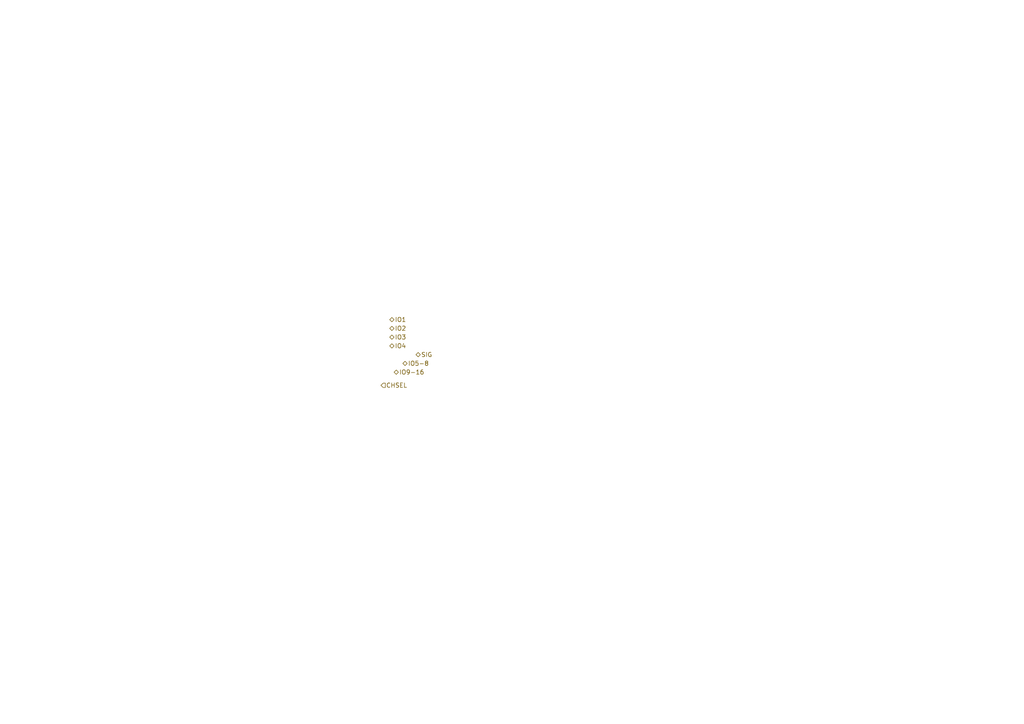
<source format=kicad_sch>
(kicad_sch
	(version 20231120)
	(generator "eeschema")
	(generator_version "8.0")
	(uuid "8878886e-778e-4f23-9f5e-d234980a9944")
	(paper "A4")
	(lib_symbols)
	(hierarchical_label "IO1"
		(shape bidirectional)
		(at 113.03 92.71 0)
		(fields_autoplaced yes)
		(effects
			(font
				(size 1.27 1.27)
			)
			(justify left)
		)
		(uuid "062d908c-9b9d-4082-bd57-adfecdc2c63d")
	)
	(hierarchical_label "SIG"
		(shape bidirectional)
		(at 120.65 102.87 0)
		(fields_autoplaced yes)
		(effects
			(font
				(size 1.27 1.27)
			)
			(justify left)
		)
		(uuid "07dd1543-5974-4775-bd1a-d2f192b75f8a")
	)
	(hierarchical_label "CHSEL"
		(shape input)
		(at 110.49 111.76 0)
		(fields_autoplaced yes)
		(effects
			(font
				(size 1.27 1.27)
			)
			(justify left)
		)
		(uuid "15500180-75b0-479d-a9a8-2c4b014b21c8")
	)
	(hierarchical_label "IO2"
		(shape bidirectional)
		(at 113.03 95.25 0)
		(fields_autoplaced yes)
		(effects
			(font
				(size 1.27 1.27)
			)
			(justify left)
		)
		(uuid "183190a5-630c-4b2d-a1c9-a45a34843d35")
	)
	(hierarchical_label "IO3"
		(shape bidirectional)
		(at 113.03 97.79 0)
		(fields_autoplaced yes)
		(effects
			(font
				(size 1.27 1.27)
			)
			(justify left)
		)
		(uuid "25d428a8-21c5-4e1d-a5f3-43f7f40fb366")
	)
	(hierarchical_label "IO4"
		(shape bidirectional)
		(at 113.03 100.33 0)
		(fields_autoplaced yes)
		(effects
			(font
				(size 1.27 1.27)
			)
			(justify left)
		)
		(uuid "845eee79-4b6a-41ab-9bf1-f63c64014d17")
	)
	(hierarchical_label "IO9-16"
		(shape bidirectional)
		(at 114.3 107.95 0)
		(fields_autoplaced yes)
		(effects
			(font
				(size 1.27 1.27)
			)
			(justify left)
		)
		(uuid "a5197b4d-7858-4675-8ba3-ac5827d864a5")
	)
	(hierarchical_label "IO5-8"
		(shape bidirectional)
		(at 116.84 105.41 0)
		(fields_autoplaced yes)
		(effects
			(font
				(size 1.27 1.27)
			)
			(justify left)
		)
		(uuid "d79e9d98-3151-49cb-86f6-bfb8179592fa")
	)
)
</source>
